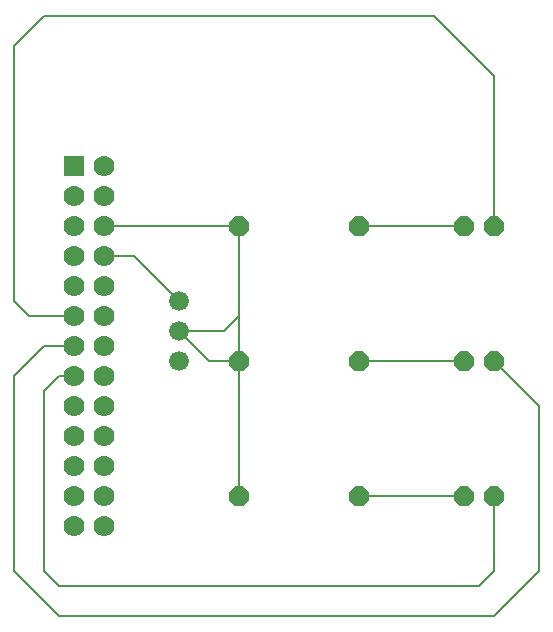
<source format=gbr>
G04 EAGLE Gerber RS-274X export*
G75*
%MOMM*%
%FSLAX34Y34*%
%LPD*%
%INTop Copper*%
%IPPOS*%
%AMOC8*
5,1,8,0,0,1.08239X$1,22.5*%
G01*
%ADD10P,1.814519X8X202.500000*%
%ADD11P,1.814519X8X22.500000*%
%ADD12C,1.676400*%
%ADD13R,1.778000X1.778000*%
%ADD14C,1.778000*%
%ADD15C,0.152400*%


D10*
X419100Y609600D03*
X393700Y609600D03*
X419100Y495300D03*
X393700Y495300D03*
X419100Y381000D03*
X393700Y381000D03*
D11*
X203200Y609600D03*
X304800Y609600D03*
X203200Y495300D03*
X304800Y495300D03*
X203200Y381000D03*
X304800Y381000D03*
D12*
X152400Y520700D03*
X152400Y495300D03*
X152400Y546100D03*
D13*
X63500Y660400D03*
D14*
X88900Y660400D03*
X63500Y635000D03*
X88900Y635000D03*
X63500Y609600D03*
X88900Y609600D03*
X63500Y584200D03*
X88900Y584200D03*
X63500Y558800D03*
X88900Y558800D03*
X63500Y533400D03*
X88900Y533400D03*
X63500Y508000D03*
X88900Y508000D03*
X63500Y482600D03*
X88900Y482600D03*
X63500Y457200D03*
X88900Y457200D03*
X63500Y431800D03*
X88900Y431800D03*
X63500Y406400D03*
X88900Y406400D03*
X63500Y381000D03*
X88900Y381000D03*
X63500Y355600D03*
X88900Y355600D03*
D15*
X88900Y584200D02*
X114300Y584200D01*
X152400Y546100D01*
X419100Y495300D02*
X457200Y457200D01*
X457200Y317500D02*
X419100Y279400D01*
X50800Y279400D01*
X12700Y317500D01*
X12700Y482600D01*
X38100Y508000D01*
X63500Y508000D01*
X457200Y457200D02*
X457200Y317500D01*
X419100Y317500D02*
X419100Y381000D01*
X419100Y317500D02*
X406400Y304800D01*
X50800Y304800D01*
X38100Y317500D01*
X38100Y469900D01*
X50800Y482600D01*
X63500Y482600D01*
X304800Y609600D02*
X393700Y609600D01*
X393700Y495300D02*
X304800Y495300D01*
X304800Y381000D02*
X393700Y381000D01*
X203200Y609600D02*
X88900Y609600D01*
X203200Y495300D02*
X203200Y381000D01*
X203200Y495300D02*
X203200Y533400D01*
X203200Y609600D01*
X190500Y520700D02*
X152400Y520700D01*
X190500Y520700D02*
X203200Y533400D01*
X177800Y495300D02*
X152400Y520700D01*
X177800Y495300D02*
X203200Y495300D01*
X419100Y609600D02*
X419100Y736600D01*
X368300Y787400D02*
X38100Y787400D01*
X12700Y762000D01*
X12700Y546100D01*
X25400Y533400D01*
X63500Y533400D01*
X368300Y787400D02*
X419100Y736600D01*
M02*

</source>
